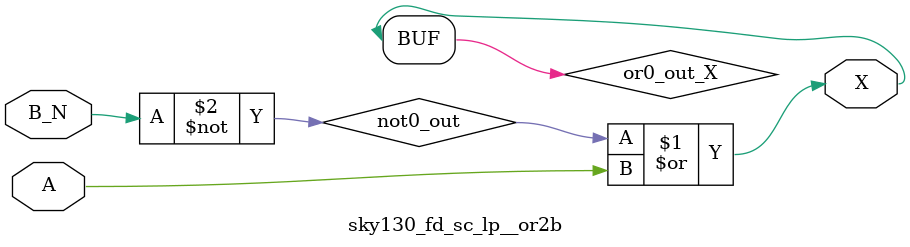
<source format=v>
/*
 * Copyright 2020 The SkyWater PDK Authors
 *
 * Licensed under the Apache License, Version 2.0 (the "License");
 * you may not use this file except in compliance with the License.
 * You may obtain a copy of the License at
 *
 *     https://www.apache.org/licenses/LICENSE-2.0
 *
 * Unless required by applicable law or agreed to in writing, software
 * distributed under the License is distributed on an "AS IS" BASIS,
 * WITHOUT WARRANTIES OR CONDITIONS OF ANY KIND, either express or implied.
 * See the License for the specific language governing permissions and
 * limitations under the License.
 *
 * SPDX-License-Identifier: Apache-2.0
*/


`ifndef SKY130_FD_SC_LP__OR2B_FUNCTIONAL_V
`define SKY130_FD_SC_LP__OR2B_FUNCTIONAL_V

/**
 * or2b: 2-input OR, first input inverted.
 *
 * Verilog simulation functional model.
 */

`timescale 1ns / 1ps
`default_nettype none

`celldefine
module sky130_fd_sc_lp__or2b (
    X  ,
    A  ,
    B_N
);

    // Module ports
    output X  ;
    input  A  ;
    input  B_N;

    // Local signals
    wire not0_out ;
    wire or0_out_X;

    //  Name  Output     Other arguments
    not not0 (not0_out , B_N            );
    or  or0  (or0_out_X, not0_out, A    );
    buf buf0 (X        , or0_out_X      );

endmodule
`endcelldefine

`default_nettype wire
`endif  // SKY130_FD_SC_LP__OR2B_FUNCTIONAL_V
</source>
